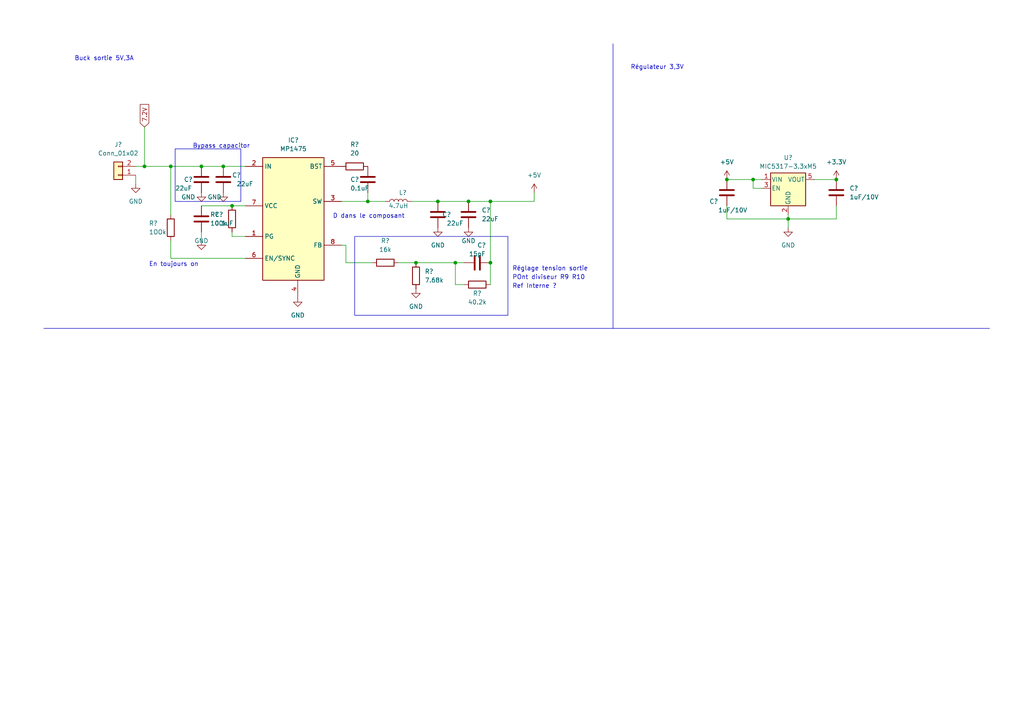
<source format=kicad_sch>
(kicad_sch (version 20230121) (generator eeschema)
  (paper "A4")
  (lib_symbols
    (symbol "Connector_Generic:Conn_01x02" (pin_names (offset 1.016) hide)
      (property "Reference" "J" (at 0 2.54 0))
      (property "Value" "Conn_01x02" (at 0 -5.08 0))
      (symbol "Conn_01x02_1_1"
        (rectangle (start -1.27 -2.413) (end 0 -2.667) (stroke (width 0.1524)))
        (rectangle (start -1.27 0.127) (end 0 -0.127) (stroke (width 0.1524)))
        (rectangle (start -1.27 1.27) (end 1.27 -3.81) (stroke (width 0.254)) (fill (type background)))
        (pin passive line (at -5.08 0 0) (length 3.81) (name "Pin_1") (number "1"))
        (pin passive line (at -5.08 -2.54 0) (length 3.81) (name "Pin_2") (number "2"))
      )
    )
    (symbol "Device:C" (pin_numbers hide) (pin_names (offset 0.254))
      (property "Reference" "C" (at 0.635 2.54 0))
      (property "Value" "C" (at 0.635 -2.54 0))
      (symbol "C_0_1"
        (polyline (pts (xy -2.032 -0.762) (xy 2.032 -0.762)) (stroke (width 0.508)))
        (polyline (pts (xy -2.032 0.762) (xy 2.032 0.762)) (stroke (width 0.508)))
      )
      (symbol "C_1_1"
        (pin passive line (at 0 3.81 270) (length 2.794) (name "~") (number "1"))
        (pin passive line (at 0 -3.81 90) (length 2.794) (name "~") (number "2"))
      )
    )
    (symbol "Device:L" (pin_numbers hide) (pin_names (offset 1.016) hide)
      (property "Reference" "L" (at -1.27 0 90))
      (property "Value" "L" (at 1.905 0 90))
      (symbol "L_0_1"
        (arc (start 0 -2.54) (mid 0.6323 -1.905) (end 0 -1.27))
        (arc (start 0 -1.27) (mid 0.6323 -0.635) (end 0 0))
        (arc (start 0 0) (mid 0.6323 0.635) (end 0 1.27))
        (arc (start 0 1.27) (mid 0.6323 1.905) (end 0 2.54))
      )
      (symbol "L_1_1"
        (pin passive line (at 0 3.81 270) (length 1.27) (name "1") (number "1"))
        (pin passive line (at 0 -3.81 90) (length 1.27) (name "2") (number "2"))
      )
    )
    (symbol "Device:R" (pin_numbers hide) (pin_names (offset 0))
      (property "Reference" "R" (at 2.032 0 90))
      (property "Value" "R" (at 0 0 90))
      (symbol "R_0_1"
        (rectangle (start -1.016 -2.54) (end 1.016 2.54) (stroke (width 0.254)))
      )
      (symbol "R_1_1"
        (pin passive line (at 0 3.81 270) (length 1.27) (name "~") (number "1"))
        (pin passive line (at 0 -3.81 90) (length 1.27) (name "~") (number "2"))
      )
    )
    (symbol "MP1475SGJ-P:MP1475SGJ-P"
      (property "Reference" "IC" (at 15.24 11.43 0))
      (property "Value" "MP1475" (at 8.89 3.81 0))
      (symbol "MP1475SGJ-P_1_1"
        (rectangle (start 3.81 8.89) (end 21.59 -26.67) (stroke (width 0.254)) (fill (type background)))
        (pin passive line (at -1.27 -13.97 0) (length 5.08) (name "PG") (number "1"))
        (pin power_in line (at -1.27 6.35 0) (length 5.08) (name "IN") (number "2"))
        (pin passive line (at 26.67 -3.81 180) (length 5.08) (name "SW") (number "3"))
        (pin passive line (at 13.97 -31.75 90) (length 5.08) (name "GND") (number "4"))
        (pin passive line (at 26.67 6.35 180) (length 5.08) (name "BST") (number "5"))
        (pin passive line (at -1.27 -20.32 0) (length 5.08) (name "EN/SYNC") (number "6"))
        (pin power_in line (at -1.27 -5.08 0) (length 5.08) (name "VCC") (number "7"))
        (pin passive line (at 26.67 -16.51 180) (length 5.08) (name "FB") (number "8"))
      )
    )
    (symbol "Regulator_Linear:MIC5317-3.3xM5" (pin_names (offset 0.254))
      (property "Reference" "U" (at -6.35 6.35 0))
      (property "Value" "MIC5317-3.3xM5" (at 0 6.35 0))
      (symbol "MIC5317-3.3xM5_0_1"
        (rectangle (start -5.08 4.445) (end 5.08 -5.08) (stroke (width 0.254)) (fill (type background)))
      )
      (symbol "MIC5317-3.3xM5_1_1"
        (pin power_in line (at -7.62 2.54 0) (length 2.54) (name "VIN") (number "1"))
        (pin power_in line (at 0 -7.62 90) (length 2.54) (name "GND") (number "2"))
        (pin input line (at -7.62 0 0) (length 2.54) (name "EN") (number "3"))
        (pin no_connect line (at 5.08 0 180) (length 2.54) hide (name "NC") (number "4"))
        (pin power_out line (at 7.62 2.54 180) (length 2.54) (name "VOUT") (number "5"))
      )
    )
    (symbol "power:+3.3V" (power) (pin_names (offset 0))
      (property "Value" "+3.3V" (at 0 3.556 0))
      (symbol "+3.3V_0_1"
        (polyline (pts (xy -0.762 1.27) (xy 0 2.54)))
        (polyline (pts (xy 0 0) (xy 0 2.54)))
        (polyline (pts (xy 0 2.54) (xy 0.762 1.27)))
      )
      (symbol "+3.3V_1_1"
        (pin power_in line (at 0 0 90) (length 0) hide (name "+3.3V") (number "1"))
      )
    )
    (symbol "power:+5V" (power) (pin_names (offset 0))
      (property "Value" "+5V" (at 0 3.556 0))
      (symbol "+5V_0_1"
        (polyline (pts (xy -0.762 1.27) (xy 0 2.54)))
        (polyline (pts (xy 0 0) (xy 0 2.54)))
        (polyline (pts (xy 0 2.54) (xy 0.762 1.27)))
      )
      (symbol "+5V_1_1"
        (pin power_in line (at 0 0 90) (length 0) hide (name "+5V") (number "1"))
      )
    )
    (symbol "power:GND" (power) (pin_names (offset 0))
      (property "Value" "GND" (at 0 -3.81 0))
      (symbol "GND_0_1"
        (polyline (pts (xy 0 0) (xy 0 -1.27) (xy 1.27 -1.27) (xy 0 -2.54) (xy -1.27 -1.27) (xy 0 -1.27)))
      )
      (symbol "GND_1_1"
        (pin power_in line (at 0 0 270) (length 0) hide (name "GND") (number "1"))
      )
    )
  )
  (junction (at 242.57 52.07))
  (junction (at 106.68 58.42))
  (junction (at 218.44 52.07))
  (junction (at 120.65 76.2))
  (junction (at 210.82 52.07))
  (junction (at 58.42 48.26))
  (junction (at 41.91 48.26))
  (junction (at 142.24 76.2))
  (junction (at 142.24 58.42))
  (junction (at 228.6 63.5))
  (junction (at 135.89 58.42))
  (junction (at 132.08 76.2))
  (junction (at 64.77 48.26))
  (junction (at 127 58.42))
  (junction (at 49.53 48.26))
  (junction (at 67.31 59.69))
  (wire (pts (xy 58.42 48.26) (xy 64.77 48.26)))
  (wire (pts (xy 242.57 59.69) (xy 242.57 63.5)))
  (wire (pts (xy 142.24 76.2) (xy 142.24 82.55)))
  (wire (pts (xy 154.94 58.42) (xy 154.94 55.88)))
  (wire (pts (xy 41.91 36.83) (xy 41.91 48.26)))
  (wire (pts (xy 107.95 76.2) (xy 100.33 76.2)))
  (wire (pts (xy 220.98 54.61) (xy 218.44 54.61)))
  (wire (pts (xy 236.22 52.07) (xy 242.57 52.07)))
  (wire (pts (xy 142.24 58.42) (xy 154.94 58.42)))
  (wire (pts (xy 58.42 59.69) (xy 67.31 59.69)))
  (wire (pts (xy 49.53 69.85) (xy 49.53 74.93)))
  (wire (pts (xy 67.31 59.69) (xy 71.12 59.69)))
  (polyline (pts (xy 12.7 95.25) (xy 177.8 95.25)))
  (wire (pts (xy 228.6 63.5) (xy 228.6 62.23)))
  (wire (pts (xy 64.77 48.26) (xy 71.12 48.26)))
  (wire (pts (xy 41.91 48.26) (xy 49.53 48.26)))
  (wire (pts (xy 71.12 74.93) (xy 49.53 74.93)))
  (wire (pts (xy 106.68 58.42) (xy 106.68 55.88)))
  (wire (pts (xy 106.68 58.42) (xy 111.76 58.42)))
  (wire (pts (xy 67.31 68.58) (xy 71.12 68.58)))
  (wire (pts (xy 100.33 71.12) (xy 99.06 71.12)))
  (wire (pts (xy 228.6 63.5) (xy 228.6 66.04)))
  (wire (pts (xy 132.08 82.55) (xy 134.62 82.55)))
  (wire (pts (xy 39.37 48.26) (xy 41.91 48.26)))
  (wire (pts (xy 67.31 68.58) (xy 67.31 67.31)))
  (wire (pts (xy 210.82 59.69) (xy 210.82 63.5)))
  (wire (pts (xy 99.06 58.42) (xy 106.68 58.42)))
  (wire (pts (xy 127 58.42) (xy 119.38 58.42)))
  (wire (pts (xy 100.33 76.2) (xy 100.33 71.12)))
  (wire (pts (xy 210.82 63.5) (xy 228.6 63.5)))
  (wire (pts (xy 120.65 76.2) (xy 115.57 76.2)))
  (wire (pts (xy 58.42 69.85) (xy 58.42 67.31)))
  (wire (pts (xy 218.44 54.61) (xy 218.44 52.07)))
  (wire (pts (xy 135.89 58.42) (xy 142.24 58.42)))
  (wire (pts (xy 228.6 63.5) (xy 242.57 63.5)))
  (wire (pts (xy 132.08 76.2) (xy 132.08 82.55)))
  (polyline (pts (xy 177.8 12.7) (xy 177.8 95.25)))
  (wire (pts (xy 39.37 50.8) (xy 39.37 53.34)))
  (polyline (pts (xy 177.8 95.25) (xy 287.02 95.25)))
  (wire (pts (xy 120.65 76.2) (xy 132.08 76.2)))
  (wire (pts (xy 49.53 62.23) (xy 49.53 48.26)))
  (wire (pts (xy 134.62 76.2) (xy 132.08 76.2)))
  (wire (pts (xy 210.82 52.07) (xy 218.44 52.07)))
  (wire (pts (xy 127 58.42) (xy 135.89 58.42)))
  (wire (pts (xy 218.44 52.07) (xy 220.98 52.07)))
  (wire (pts (xy 142.24 58.42) (xy 142.24 76.2)))
  (wire (pts (xy 49.53 48.26) (xy 58.42 48.26)))
  (rectangle (start 50.8 43.18) (end 69.85 58.42))
  (rectangle (start 102.87 68.58) (end 147.32 91.44))
  (rectangle (start 102.87 91.44) (end 102.87 91.44))
  (text "Bypass capacitor\n" (at 55.88 43.18 0) (effects (font (size 1.27 1.27)) (justify left bottom)))
  (text "POnt diviseur R9 R10" (at 148.59 81.28 0) (effects (font (size 1.27 1.27)) (justify left bottom)))
  (text "D dans le composant" (at 96.52 63.5 0) (effects (font (size 1.27 1.27)) (justify left bottom)))
  (text "En toujours on\n" (at 43.18 77.47 0) (effects (font (size 1.27 1.27)) (justify left bottom)))
  (text "Réglage tension sortie" (at 148.59 78.74 0) (effects (font (size 1.27 1.27)) (justify left bottom)))
  (text "Buck sortie 5V,3A" (at 21.59 17.78 0) (effects (font (size 1.27 1.27)) (justify left bottom)))
  (text "Régulateur 3,3V" (at 182.88 20.32 0) (effects (font (size 1.27 1.27)) (justify left bottom)))
  (text "Ref Interne ?" (at 148.59 83.82 0) (effects (font (size 1.27 1.27)) (justify left bottom)))
  (global_label "7.2V" (shape input) (at 41.91 36.83 90) (property "Intersheetrefs" "${INTERSHEET_REFS}" (effects hide)))
  (symbol (lib_id "MP1475SGJ-P:MP1475SGJ-P") (at 72.39 54.61 0) (unit 1)
    (property "Reference" "IC?" (at 85.09 40.64 0))
    (property "Value" "MP1475" (at 85.09 43.18 0))
    (property "Footprint" "KiCad:SOT65P280X100-8N" (effects hide))
    (property "Datasheet" "http://media.digikey.com/pdf/Data%20Sheets/Monolithic%20Power%20PDF" (effects hide))
    (property "Height" "1" (effects hide))
    (property "Mouser Part Number" "946-MP1475SGJ-P" (effects hide))
    (property "Mouser Price/Stock" "https://www.mouser.co.uk/ProductDetail/Monolithic-Power-Systems-MPS/MP1475SGJ-P?qs=FIQZoK1q933LtAjxu26L8w%3D%3D" (effects hide))
    (property "Manufacturer_Name" "Monolithic Power Systems (MPS)" (effects hide))
    (property "Manufacturer_Part_Number" "MP1475SGJ-P" (effects hide))
    (instances (project "Alimentation" (path "" (reference "IC?") (unit 1)) (path "" (reference "IC1") (unit 1))))
  )
  (symbol (lib_id "power:+5V") (at 154.94 55.88 0) (unit 1)
    (property "Reference" "#PWR027" (effects hide))
    (property "Value" "+5V" (at 154.94 50.8 0))
  )
  (symbol (lib_id "Device:C") (at 135.89 62.23 0) (unit 1)
    (property "Reference" "C?" (at 139.7 60.96 0) (effects (justify left)))
    (property "Value" "22uF" (at 139.7 63.5 0) (effects (justify left)))
    (property "Footprint" "Capacitor_SMD:C_0603_1608Metric_Pad1.08x0.95mm_HandSolder" (effects hide))
    (instances (project "Alimentation" (path "" (reference "C?") (unit 1)) (path "" (reference "C16") (unit 1))))
  )
  (symbol (lib_id "power:+3.3V") (at 242.57 52.07 0) (unit 1)
    (property "Reference" "#PWR030" (effects hide))
    (property "Value" "+3.3V" (at 242.57 46.99 0))
  )
  (symbol (lib_id "power:GND") (at 64.77 55.88 0) (unit 1)
    (property "Reference" "#PWR?" (effects hide))
    (property "Value" "GND" (at 62.23 57.15 0))
    (instances (project "Alimentation" (path "" (reference "#PWR?") (unit 1)) (path "" (reference "#PWR021") (unit 1))))
  )
  (symbol (lib_id "Device:R") (at 111.76 76.2 90) (unit 1)
    (property "Reference" "R?" (at 111.76 69.85 90))
    (property "Value" "16k" (at 111.76 72.39 90))
    (property "Footprint" "Resistor_SMD:R_0603_1608Metric_Pad0.98x0.95mm_HandSolder" (effects hide))
    (instances (project "Alimentation" (path "" (reference "R?") (unit 1)) (path "" (reference "R8") (unit 1))))
  )
  (symbol (lib_id "power:GND") (at 228.6 66.04 0) (unit 1)
    (property "Reference" "#PWR?" (effects hide))
    (property "Value" "GND" (at 228.6 71.12 0))
    (instances (project "Alimentation" (path "" (reference "#PWR?") (unit 1)) (path "" (reference "#PWR029") (unit 1))))
  )
  (symbol (lib_id "Device:R") (at 67.31 63.5 0) (unit 1)
    (property "Reference" "R?" (at 60.96 62.23 0) (effects (justify left)))
    (property "Value" "100k" (at 60.96 64.77 0) (effects (justify left)))
    (property "Footprint" "Resistor_SMD:R_0603_1608Metric_Pad0.98x0.95mm_HandSolder" (effects hide))
    (instances (project "Alimentation" (path "" (reference "R?") (unit 1)) (path "" (reference "R6") (unit 1))))
  )
  (symbol (lib_id "Device:C") (at 210.82 55.88 0) (unit 1)
    (property "Reference" "C?" (at 205.74 58.42 0) (effects (justify left)))
    (property "Value" "1uF/10V" (at 208.28 60.96 0) (effects (justify left)))
    (property "Footprint" "Capacitor_SMD:C_0603_1608Metric_Pad1.08x0.95mm_HandSolder" (effects hide))
    (instances (project "Alimentation" (path "" (reference "C?") (unit 1)) (path "" (reference "C18") (unit 1))))
  )
  (symbol (lib_id "Device:C") (at 138.43 76.2 90) (unit 1)
    (property "Reference" "C?" (at 139.7 71.12 90))
    (property "Value" "15pF" (at 138.43 73.66 90))
    (property "Footprint" "Capacitor_SMD:C_0603_1608Metric_Pad1.08x0.95mm_HandSolder" (effects hide))
    (instances (project "Alimentation" (path "" (reference "C?") (unit 1)) (path "" (reference "C17") (unit 1))))
  )
  (symbol (lib_id "Device:R") (at 138.43 82.55 90) (unit 1)
    (property "Reference" "R?" (at 138.43 85.09 90))
    (property "Value" "40.2k" (at 138.43 87.63 90))
    (property "Footprint" "Resistor_SMD:R_0603_1608Metric_Pad0.98x0.95mm_HandSolder" (effects hide))
    (instances (project "Alimentation" (path "" (reference "R?") (unit 1)) (path "" (reference "R10") (unit 1))))
  )
  (symbol (lib_id "Device:L") (at 115.57 58.42 90) (unit 1)
    (property "Reference" "L?" (at 116.84 55.88 90))
    (property "Value" "4.7uH" (at 115.57 59.69 90))
    (property "Footprint" "Inductor_SMD:L_0603_1608Metric_Pad1.05x0.95mm_HandSolder" (effects hide))
    (instances (project "Alimentation" (path "" (reference "L?") (unit 1)) (path "" (reference "L2") (unit 1))))
  )
  (symbol (lib_id "power:GND") (at 58.42 69.85 0) (unit 1)
    (property "Reference" "#PWR?" (effects hide))
    (property "Value" "GND" (at 58.42 69.85 0))
    (instances (project "Alimentation" (path "" (reference "#PWR?") (unit 1)) (path "" (reference "#PWR022") (unit 1))))
  )
  (symbol (lib_id "Regulator_Linear:MIC5317-3.3xM5") (at 228.6 54.61 0) (unit 1)
    (property "Reference" "U?" (at 228.6 45.72 0))
    (property "Value" "MIC5317-3.3xM5" (at 228.6 48.26 0))
    (property "Footprint" "Package_TO_SOT_SMD:SOT-23-5" (effects hide))
    (property "Datasheet" "https://ww1.microchip.com/downloads/aemDocuments/documents/OTH/ProductDocuments/DataSheets/MIC5317-High-Performance-Single-150mA-LDO-DS20006195B.pdf" (effects hide))
    (instances (project "Alimentation" (path "" (reference "U?") (unit 1)) (path "" (reference "U2") (unit 1))))
  )
  (symbol (lib_id "power:GND") (at 127 66.04 0) (unit 1)
    (property "Reference" "#PWR?" (effects hide))
    (property "Value" "GND" (at 127 71.12 0))
    (instances (project "Alimentation" (path "" (reference "#PWR?") (unit 1)) (path "" (reference "#PWR025") (unit 1))))
  )
  (symbol (lib_id "power:+5V") (at 210.82 52.07 0) (unit 1)
    (property "Reference" "#PWR028" (effects hide))
    (property "Value" "+5V" (at 210.82 46.99 0))
  )
  (symbol (lib_id "power:GND") (at 120.65 83.82 0) (unit 1)
    (property "Reference" "#PWR?" (effects hide))
    (property "Value" "GND" (at 120.65 88.9 0))
    (instances (project "Alimentation" (path "" (reference "#PWR?") (unit 1)) (path "" (reference "#PWR024") (unit 1))))
  )
  (symbol (lib_id "Connector_Generic:Conn_01x02") (at 34.29 50.8 180) (unit 1)
    (property "Reference" "J?" (at 34.29 41.91 0))
    (property "Value" "Conn_01x02" (at 34.29 44.45 0))
    (property "Footprint" "Connector_JST:JST_XH_S2B-XH-A_1x02_P2.50mm_Horizontal" (effects hide))
    (instances (project "Alimentation" (path "" (reference "J?") (unit 1)) (path "" (reference "J2") (unit 1))))
  )
  (symbol (lib_id "Device:C") (at 106.68 52.07 0) (unit 1)
    (property "Reference" "C?" (at 101.6 52.07 0) (effects (justify left)))
    (property "Value" "0.1uF" (at 101.6 54.61 0) (effects (justify left)))
    (property "Footprint" "Capacitor_SMD:C_0603_1608Metric_Pad1.08x0.95mm_HandSolder" (effects hide))
    (instances (project "Alimentation" (path "" (reference "C?") (unit 1)) (path "" (reference "C14") (unit 1))))
  )
  (symbol (lib_id "power:GND") (at 86.36 86.36 0) (unit 1)
    (property "Reference" "#PWR?" (effects hide))
    (property "Value" "GND" (at 86.36 91.44 0))
    (instances (project "Alimentation" (path "" (reference "#PWR?") (unit 1)) (path "" (reference "#PWR023") (unit 1))))
  )
  (symbol (lib_id "power:GND") (at 135.89 66.04 0) (unit 1)
    (property "Reference" "#PWR?" (effects hide))
    (property "Value" "GND" (at 135.89 69.85 0))
    (instances (project "Alimentation" (path "" (reference "#PWR?") (unit 1)) (path "" (reference "#PWR026") (unit 1))))
  )
  (symbol (lib_id "power:GND") (at 39.37 53.34 0) (unit 1)
    (property "Reference" "#PWR?" (effects hide))
    (property "Value" "GND" (at 39.37 58.42 0))
    (instances (project "Alimentation" (path "" (reference "#PWR?") (unit 1)) (path "" (reference "#PWR019") (unit 1))))
  )
  (symbol (lib_id "Device:R") (at 120.65 80.01 0) (unit 1)
    (property "Reference" "R?" (at 123.19 78.74 0) (effects (justify left)))
    (property "Value" "7.68k" (at 123.19 81.28 0) (effects (justify left)))
    (property "Footprint" "Resistor_SMD:R_0603_1608Metric_Pad0.98x0.95mm_HandSolder" (effects hide))
    (instances (project "Alimentation" (path "" (reference "R?") (unit 1)) (path "" (reference "R9") (unit 1))))
  )
  (symbol (lib_id "Device:C") (at 64.77 52.07 0) (unit 1)
    (property "Reference" "C?" (at 67.31 50.8 0) (effects (justify left)))
    (property "Value" "22uF" (at 68.58 53.34 0) (effects (justify left)))
    (property "Footprint" "Capacitor_SMD:C_0603_1608Metric_Pad1.08x0.95mm_HandSolder" (effects hide))
    (instances (project "Alimentation" (path "" (reference "C?") (unit 1)) (path "" (reference "C12") (unit 1))))
  )
  (symbol (lib_id "power:GND") (at 58.42 55.88 0) (unit 1)
    (property "Reference" "#PWR?" (effects hide))
    (property "Value" "GND" (at 54.61 57.15 0))
    (instances (project "Alimentation" (path "" (reference "#PWR?") (unit 1)) (path "" (reference "#PWR020") (unit 1))))
  )
  (symbol (lib_id "Device:C") (at 58.42 52.07 0) (unit 1)
    (property "Reference" "C?" (at 53.34 52.07 0) (effects (justify left)))
    (property "Value" "22uF" (at 50.8 54.61 0) (effects (justify left)))
    (property "Footprint" "Capacitor_SMD:C_0603_1608Metric_Pad1.08x0.95mm_HandSolder" (effects hide))
    (instances (project "Alimentation" (path "" (reference "C?") (unit 1)) (path "" (reference "C11") (unit 1))))
  )
  (symbol (lib_id "Device:C") (at 127 62.23 0) (unit 1)
    (property "Reference" "C?" (at 128.27 62.23 0) (effects (justify left)))
    (property "Value" "22uF" (at 129.54 64.77 0) (effects (justify left)))
    (property "Footprint" "Capacitor_SMD:C_0603_1608Metric_Pad1.08x0.95mm_HandSolder" (effects hide))
    (instances (project "Alimentation" (path "" (reference "C?") (unit 1)) (path "" (reference "C15") (unit 1))))
  )
  (symbol (lib_id "Device:C") (at 58.42 63.5 0) (unit 1)
    (property "Reference" "C?" (at 62.23 62.23 0) (effects (justify left)))
    (property "Value" "0.1uF" (at 62.23 64.77 0) (effects (justify left)))
    (property "Footprint" "Capacitor_SMD:C_0603_1608Metric_Pad1.08x0.95mm_HandSolder" (effects hide))
    (instances (project "Alimentation" (path "" (reference "C?") (unit 1)) (path "" (reference "C13") (unit 1))))
  )
  (symbol (lib_id "Device:C") (at 242.57 55.88 0) (unit 1)
    (property "Reference" "C?" (at 246.38 54.61 0) (effects (justify left)))
    (property "Value" "1uF/10V" (at 246.38 57.15 0) (effects (justify left)))
    (property "Footprint" "Capacitor_SMD:C_0603_1608Metric_Pad1.08x0.95mm_HandSolder" (effects hide))
    (instances (project "Alimentation" (path "" (reference "C?") (unit 1)) (path "" (reference "C19") (unit 1))))
  )
  (symbol (lib_id "Device:R") (at 102.87 48.26 270) (unit 1)
    (property "Reference" "R?" (at 102.87 41.91 90))
    (property "Value" "20" (at 102.87 44.45 90))
    (property "Footprint" "Resistor_SMD:R_0603_1608Metric_Pad0.98x0.95mm_HandSolder" (effects hide))
    (instances (project "Alimentation" (path "" (reference "R?") (unit 1)) (path "" (reference "R7") (unit 1))))
  )
  (symbol (lib_id "Device:R") (at 49.53 66.04 0) (unit 1)
    (property "Reference" "R?" (at 43.18 64.77 0) (effects (justify left)))
    (property "Value" "1OOk" (at 43.18 67.31 0) (effects (justify left)))
    (property "Footprint" "Resistor_SMD:R_0603_1608Metric_Pad0.98x0.95mm_HandSolder" (effects hide))
    (instances (project "Alimentation" (path "" (reference "R?") (unit 1)) (path "" (reference "R5") (unit 1))))
  )
)
</source>
